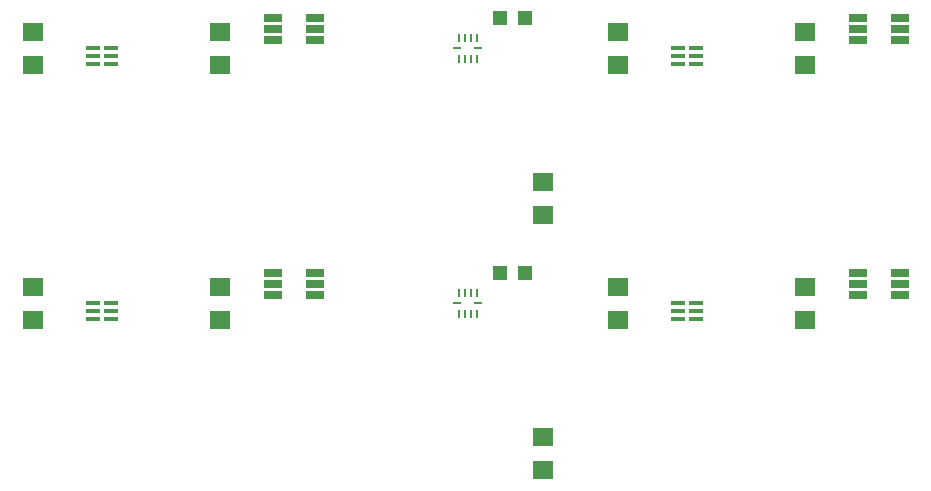
<source format=gtp>
G75*
%MOIN*%
%OFA0B0*%
%FSLAX24Y24*%
%IPPOS*%
%LPD*%
%AMOC8*
5,1,8,0,0,1.08239X$1,22.5*
%
%ADD10R,0.0709X0.0630*%
%ADD11R,0.0098X0.0295*%
%ADD12R,0.0295X0.0098*%
%ADD13R,0.0472X0.0138*%
%ADD14R,0.0600X0.0250*%
%ADD15R,0.0472X0.0472*%
D10*
X001600Y006196D03*
X001600Y007299D03*
X007850Y007299D03*
X007850Y006196D03*
X018600Y009696D03*
X018600Y010799D03*
X021100Y007299D03*
X021100Y006196D03*
X027350Y006196D03*
X027350Y007299D03*
X018600Y002299D03*
X018600Y001196D03*
X021100Y014696D03*
X021100Y015799D03*
X027350Y015799D03*
X027350Y014696D03*
X007850Y014696D03*
X007850Y015799D03*
X001600Y015799D03*
X001600Y014696D03*
D11*
X015805Y014893D03*
X016002Y014893D03*
X016198Y014893D03*
X016395Y014893D03*
X016395Y015602D03*
X016198Y015602D03*
X016002Y015602D03*
X015805Y015602D03*
X015805Y007102D03*
X016002Y007102D03*
X016198Y007102D03*
X016395Y007102D03*
X016395Y006393D03*
X016198Y006393D03*
X016002Y006393D03*
X015805Y006393D03*
D12*
X015746Y006748D03*
X016454Y006748D03*
X016454Y015248D03*
X015746Y015248D03*
D13*
X023100Y015248D03*
X023100Y014992D03*
X023100Y014736D03*
X023691Y014736D03*
X023691Y014992D03*
X023691Y015248D03*
X023691Y006748D03*
X023691Y006492D03*
X023691Y006236D03*
X023100Y006236D03*
X023100Y006492D03*
X023100Y006748D03*
X004191Y006748D03*
X004191Y006492D03*
X003600Y006492D03*
X003600Y006748D03*
X003600Y006236D03*
X004191Y006236D03*
X004191Y014736D03*
X003600Y014736D03*
X003600Y014992D03*
X003600Y015248D03*
X004191Y015248D03*
X004191Y014992D03*
D14*
X009600Y015539D03*
X009600Y015894D03*
X009600Y016248D03*
X011000Y016248D03*
X011000Y015894D03*
X011000Y015539D03*
X011000Y007748D03*
X011000Y007394D03*
X011000Y007039D03*
X009600Y007039D03*
X009600Y007394D03*
X009600Y007748D03*
X029100Y007748D03*
X029100Y007394D03*
X029100Y007039D03*
X030500Y007039D03*
X030500Y007394D03*
X030500Y007748D03*
X030500Y015539D03*
X030500Y015894D03*
X030500Y016248D03*
X029100Y016248D03*
X029100Y015894D03*
X029100Y015539D03*
D15*
X018013Y016248D03*
X017187Y016248D03*
X017187Y007748D03*
X018013Y007748D03*
M02*

</source>
